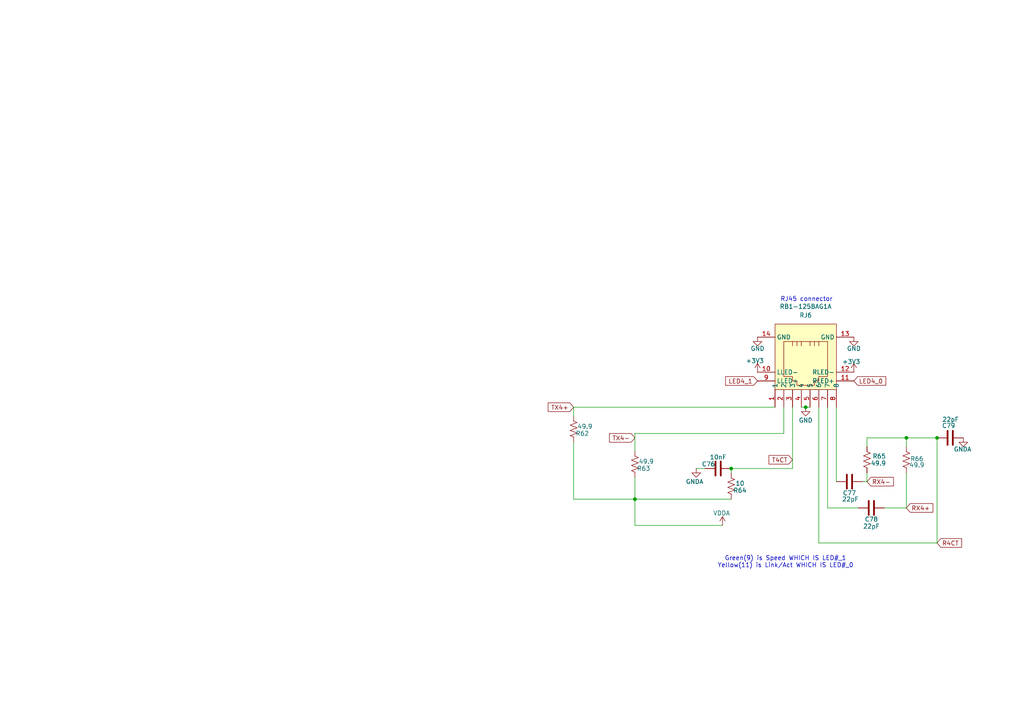
<source format=kicad_sch>
(kicad_sch (version 20250114) (generator "eeschema") (generator_version "9.0")
  (paper "A4")
  (title_block (date "2025-04-01") (rev "1") (company "Bronco Space") (comment 1 "SCALES") (comment 2 "By John Pollak"))
  (lib_symbols
    (symbol "Device:C" (pin_numbers (hide yes)) (pin_names (offset 0.254))
      (property "Reference" "C" (at 0.635 2.54 0))
      (property "Value" "C" (at 0.635 -2.54 0))
      (symbol "C_0_1"
        (polyline (pts (xy -2.032 0.762) (xy 2.032 0.762)) (stroke (width 0.508)))
        (polyline (pts (xy -2.032 -0.762) (xy 2.032 -0.762)) (stroke (width 0.508)))
      )
      (symbol "C_1_1"
        (pin passive line (at 0 3.81 270) (length 2.794) (name "~") (number "1"))
        (pin passive line (at 0 -3.81 90) (length 2.794) (name "~") (number "2"))
      )
    )
    (symbol "Device:R_US" (pin_numbers (hide yes)) (pin_names (offset 0))
      (property "Reference" "R" (at 2.54 0 90))
      (property "Value" "R_US" (at -2.54 0 90))
      (symbol "R_US_0_1"
        (polyline (pts (xy 0 2.286) (xy 0 2.54)))
        (polyline (pts (xy 0 2.286) (xy 1.016 1.905) (xy 0 1.524) (xy -1.016 1.143) (xy 0 0.762)))
        (polyline (pts (xy 0 0.762) (xy 1.016 0.381) (xy 0 0) (xy -1.016 -0.381) (xy 0 -0.762)))
        (polyline (pts (xy 0 -0.762) (xy 1.016 -1.143) (xy 0 -1.524) (xy -1.016 -1.905) (xy 0 -2.286)))
        (polyline (pts (xy 0 -2.286) (xy 0 -2.54)))
      )
      (symbol "R_US_1_1"
        (pin passive line (at 0 3.81 270) (length 1.27) (name "~") (number "1"))
        (pin passive line (at 0 -3.81 90) (length 1.27) (name "~") (number "2"))
      )
    )
    (symbol "easyeda2kicad:RB1-125BAG1A"
      (property "Reference" "RJ" (at 0 12.7 0))
      (property "Value" "RB1-125BAG1A" (at 0 -17.78 0))
      (symbol "RB1-125BAG1A_0_1"
        (rectangle (start -7.62 11.43) (end 10.16 -7.62) (fill (type background)))
        (polyline (pts (xy -2.54 6.35) (xy -2.54 5.08) (xy -2.54 5.08)))
        (polyline (pts (xy -1.27 6.35) (xy -1.27 5.08) (xy -1.27 5.08)))
        (polyline (pts (xy 0 6.35) (xy 0 5.08) (xy 0 5.08)))
        (polyline (pts (xy 2.54 6.35) (xy 2.54 5.08) (xy 2.54 5.08)))
        (polyline (pts (xy 3.81 6.35) (xy 3.81 5.08) (xy 3.81 5.08)))
        (polyline (pts (xy 5.08 6.35) (xy 5.08 5.08) (xy 5.08 5.08)))
        (polyline (pts (xy 7.62 6.35) (xy -5.08 6.35) (xy -5.08 -3.81) (xy -2.54 -3.81) (xy -2.54 -5.08) (xy -1.27 -5.08) (xy -1.27 -5.08) (xy -1.27 -6.35) (xy 3.81 -6.35) (xy 3.81 -5.08) (xy 5.08 -5.08) (xy 5.08 -3.81) (xy 7.62 -3.81) (xy 7.62 6.35) (xy 7.62 5.08)))
        (pin unspecified line (at -12.7 7.62 0) (length 5.08) (name "GND") (number "14"))
        (pin unspecified line (at -12.7 -2.54 0) (length 5.08) (name "LLED-") (number "10"))
        (pin unspecified line (at -12.7 -5.08 0) (length 5.08) (name "LLED+") (number "9"))
        (pin unspecified line (at -7.62 -12.7 90) (length 5.08) (name "1") (number "1"))
        (pin unspecified line (at -5.08 -12.7 90) (length 5.08) (name "2") (number "2"))
        (pin unspecified line (at -2.54 -12.7 90) (length 5.08) (name "3") (number "3"))
        (pin unspecified line (at 0 -12.7 90) (length 5.08) (name "4") (number "4"))
        (pin unspecified line (at 2.54 -12.7 90) (length 5.08) (name "5") (number "5"))
        (pin unspecified line (at 5.08 -12.7 90) (length 5.08) (name "6") (number "6"))
        (pin unspecified line (at 7.62 -12.7 90) (length 5.08) (name "7") (number "7"))
        (pin unspecified line (at 10.16 -12.7 90) (length 5.08) (name "8") (number "8"))
        (pin unspecified line (at 15.24 7.62 180) (length 5.08) (name "GND") (number "13"))
        (pin unspecified line (at 15.24 -2.54 180) (length 5.08) (name "RLED-") (number "12"))
        (pin unspecified line (at 15.24 -5.08 180) (length 5.08) (name "RLED+") (number "11"))
      )
    )
    (symbol "power:+3V3" (power) (pin_numbers (hide yes)) (pin_names (offset 0) (hide yes))
      (property "Value" "+3V3" (at 0 3.556 0))
      (symbol "+3V3_0_1"
        (polyline (pts (xy -0.762 1.27) (xy 0 2.54)))
        (polyline (pts (xy 0 2.54) (xy 0.762 1.27)))
        (polyline (pts (xy 0 0) (xy 0 2.54)))
      )
      (symbol "+3V3_1_1"
        (pin power_in line (at 0 0 90) (length 0) (name "~") (number "1"))
      )
    )
    (symbol "power:GND" (power) (pin_numbers (hide yes)) (pin_names (offset 0) (hide yes))
      (property "Value" "GND" (at 0 -3.81 0))
      (symbol "GND_0_1"
        (polyline (pts (xy 0 0) (xy 0 -1.27) (xy 1.27 -1.27) (xy 0 -2.54) (xy -1.27 -1.27) (xy 0 -1.27)))
      )
      (symbol "GND_1_1"
        (pin power_in line (at 0 0 270) (length 0) (name "~") (number "1"))
      )
    )
    (symbol "power:VPP" (power) (pin_numbers (hide yes)) (pin_names (offset 0) (hide yes))
      (property "Value" "VPP" (at 0 3.556 0))
      (symbol "VPP_0_1"
        (polyline (pts (xy -0.762 1.27) (xy 0 2.54)))
        (polyline (pts (xy 0 2.54) (xy 0.762 1.27)))
        (polyline (pts (xy 0 0) (xy 0 2.54)))
      )
      (symbol "VPP_1_1"
        (pin power_in line (at 0 0 90) (length 0) (name "~") (number "1"))
      )
    )
  )
  (text "Green(9) is Speed WHICH IS LED#_1\nYellow(11) is Link/Act WHICH IS LED#_0\n" (at 227.838 163.068 0) (effects (font (size 1.27 1.27))))
  (text "RJ45 connector" (at 233.934 86.868 0) (effects (font (size 1.27 1.27))))
  (junction (at 212.09 135.89))
  (junction (at 233.68 118.11))
  (junction (at 262.89 127))
  (junction (at 271.78 127))
  (junction (at 184.15 144.78))
  (wire (pts (xy 166.37 144.78) (xy 184.15 144.78)))
  (wire (pts (xy 212.09 144.78) (xy 184.15 144.78)))
  (wire (pts (xy 237.49 118.11) (xy 237.49 157.48)))
  (wire (pts (xy 184.15 130.81) (xy 184.15 125.73)))
  (wire (pts (xy 262.89 147.32) (xy 262.89 137.16)))
  (wire (pts (xy 201.93 135.89) (xy 204.47 135.89)))
  (wire (pts (xy 240.03 147.32) (xy 240.03 118.11)))
  (wire (pts (xy 166.37 118.11) (xy 224.79 118.11)))
  (wire (pts (xy 271.78 157.48) (xy 271.78 127)))
  (wire (pts (xy 212.09 135.89) (xy 229.87 135.89)))
  (wire (pts (xy 166.37 128.27) (xy 166.37 144.78)))
  (wire (pts (xy 212.09 137.16) (xy 212.09 135.89)))
  (wire (pts (xy 234.95 118.11) (xy 233.68 118.11)))
  (wire (pts (xy 209.55 152.4) (xy 184.15 152.4)))
  (wire (pts (xy 227.33 125.73) (xy 227.33 118.11)))
  (wire (pts (xy 248.92 147.32) (xy 240.03 147.32)))
  (wire (pts (xy 237.49 157.48) (xy 271.78 157.48)))
  (wire (pts (xy 262.89 127) (xy 262.89 129.54)))
  (wire (pts (xy 251.46 127) (xy 251.46 129.54)))
  (wire (pts (xy 184.15 152.4) (xy 184.15 144.78)))
  (wire (pts (xy 229.87 118.11) (xy 229.87 135.89)))
  (wire (pts (xy 251.46 139.7) (xy 250.19 139.7)))
  (wire (pts (xy 233.68 118.11) (xy 232.41 118.11)))
  (wire (pts (xy 256.54 147.32) (xy 262.89 147.32)))
  (wire (pts (xy 166.37 118.11) (xy 166.37 120.65)))
  (wire (pts (xy 251.46 139.7) (xy 251.46 137.16)))
  (wire (pts (xy 251.46 127) (xy 262.89 127)))
  (wire (pts (xy 242.57 118.11) (xy 242.57 139.7)))
  (wire (pts (xy 227.33 125.73) (xy 184.15 125.73)))
  (wire (pts (xy 184.15 138.43) (xy 184.15 144.78)))
  (wire (pts (xy 271.78 127) (xy 262.89 127)))
  (global_label "LED4_0" (shape input) (at 247.65 110.49 0) (property "Intersheetrefs" "${INTERSHEET_REFS}" (effects (hide yes))))
  (global_label "T4CT" (shape input) (at 229.87 133.35 180) (property "Intersheetrefs" "${INTERSHEET_REFS}" (effects (hide yes))))
  (global_label "TX4-" (shape input) (at 184.15 127 180) (property "Intersheetrefs" "${INTERSHEET_REFS}" (effects (hide yes))))
  (global_label "R4CT" (shape input) (at 271.78 157.48 0) (property "Intersheetrefs" "${INTERSHEET_REFS}" (effects (hide yes))))
  (global_label "RX4-" (shape input) (at 251.46 139.7 0) (property "Intersheetrefs" "${INTERSHEET_REFS}" (effects (hide yes))))
  (global_label "TX4+" (shape input) (at 166.37 118.11 180) (property "Intersheetrefs" "${INTERSHEET_REFS}" (effects (hide yes))))
  (global_label "LED4_1" (shape input) (at 219.71 110.49 180) (property "Intersheetrefs" "${INTERSHEET_REFS}" (effects (hide yes))))
  (global_label "RX4+" (shape input) (at 262.89 147.32 0) (property "Intersheetrefs" "${INTERSHEET_REFS}" (effects (hide yes))))
  (symbol (lib_id "power:GND") (at 247.65 97.79 0) (unit 1)
    (property "Reference" "#PWR0148" (effects (hide yes)))
    (property "Value" "GND" (at 245.618 101.092 0) (effects (justify left)))
    (property "Description" "Power symbol creates a global label with name \"GND\" , ground" (effects (hide yes)))
  )
  (symbol (lib_id "power:GND") (at 219.71 97.79 0) (unit 1)
    (property "Reference" "#PWR0145" (effects (hide yes)))
    (property "Value" "GND" (at 217.678 101.092 0) (effects (justify left)))
    (property "Description" "Power symbol creates a global label with name \"GND\" , ground" (effects (hide yes)))
  )
  (symbol (lib_id "Device:C") (at 252.73 147.32 270) (unit 1)
    (property "Reference" "C78" (at 252.73 150.622 90))
    (property "Value" "22pF" (at 252.73 152.654 90))
    (property "Footprint" "Capacitor_SMD:C_0402_1005Metric" (effects (hide yes)))
    (property "Description" "Unpolarized capacitor" (effects (hide yes)))
  )
  (symbol (lib_id "power:+3V3") (at 247.65 107.95 0) (unit 1)
    (property "Reference" "#PWR0149" (effects (hide yes)))
    (property "Value" "+3V3" (at 246.888 104.902 0))
    (property "Description" "Power symbol creates a global label with name \"+3V3\"" (effects (hide yes)))
  )
  (symbol (lib_id "power:VPP") (at 209.55 152.4 0) (unit 1)
    (property "Reference" "#PWR0144" (effects (hide yes)))
    (property "Value" "VDDA" (at 209.296 148.844 0))
    (property "Description" "Power symbol creates a global label with name \"VPP\"" (effects (hide yes)))
  )
  (symbol (lib_id "easyeda2kicad:RB1-125BAG1A") (at 232.41 105.41 0) (unit 1)
    (property "Reference" "RJ6" (at 233.68 91.44 0))
    (property "Value" "RB1-125BAG1A" (at 233.68 88.9 0))
    (property "Footprint" "easyeda2kicad:RJ45-TH_RB1-125BAG1A" (effects (hide yes)))
    (property "Datasheet" "https://lcsc.com/product-detail/Ethernet-Connectors-Modular-Connectors-RJ45-RJ11_WIZNET-RB1-125BAG1A_C910370.html" (effects (hide yes)))
    (property "LCSC Part" "C910370" (effects (hide yes)))
  )
  (symbol (lib_id "Device:R_US") (at 262.89 133.35 0) (unit 1)
    (property "Reference" "R66" (at 265.938 133.096 0))
    (property "Value" "49.9" (at 265.938 134.874 0))
    (property "Footprint" "Resistor_SMD:R_0603_1608Metric" (effects (hide yes)))
    (property "Description" "Resistor, US symbol" (effects (hide yes)))
  )
  (symbol (lib_id "Device:R_US") (at 251.46 133.35 0) (unit 1)
    (property "Reference" "R65" (at 255.016 132.334 0))
    (property "Value" "49.9" (at 254.762 134.366 0))
    (property "Footprint" "Resistor_SMD:R_0603_1608Metric" (effects (hide yes)))
    (property "Description" "Resistor, US symbol" (effects (hide yes)))
  )
  (symbol (lib_id "Device:R_US") (at 184.15 134.62 0) (unit 1)
    (property "Reference" "R63" (at 186.69 135.89 0))
    (property "Value" "49.9" (at 187.452 133.858 0))
    (property "Footprint" "Resistor_SMD:R_0603_1608Metric" (effects (hide yes)))
    (property "Description" "Resistor, US symbol" (effects (hide yes)))
  )
  (symbol (lib_id "Device:R_US") (at 212.09 140.97 0) (unit 1)
    (property "Reference" "R64" (at 214.63 142.24 0))
    (property "Value" "10" (at 214.63 140.208 0))
    (property "Footprint" "Resistor_SMD:R_0603_1608Metric" (effects (hide yes)))
    (property "Description" "Resistor, US symbol" (effects (hide yes)))
  )
  (symbol (lib_id "Device:C") (at 246.38 139.7 270) (unit 1)
    (property "Reference" "C77" (at 246.38 143.002 90))
    (property "Value" "22pF" (at 246.634 144.78 90))
    (property "Footprint" "Capacitor_SMD:C_0402_1005Metric" (effects (hide yes)))
    (property "Description" "Unpolarized capacitor" (effects (hide yes)))
  )
  (symbol (lib_id "Device:R_US") (at 166.37 124.46 0) (unit 1)
    (property "Reference" "R62" (at 168.91 125.73 0))
    (property "Value" "49.9" (at 169.672 123.698 0))
    (property "Footprint" "Resistor_SMD:R_0603_1608Metric" (effects (hide yes)))
    (property "Description" "Resistor, US symbol" (effects (hide yes)))
  )
  (symbol (lib_id "Device:C") (at 208.28 135.89 90) (unit 1)
    (property "Reference" "C76" (at 205.486 134.62 90))
    (property "Value" "10nF" (at 208.28 132.588 90))
    (property "Footprint" "Capacitor_SMD:C_0402_1005Metric" (effects (hide yes)))
    (property "Description" "Unpolarized capacitor" (effects (hide yes)))
  )
  (symbol (lib_id "power:GND") (at 233.68 118.11 0) (unit 1)
    (property "Reference" "#PWR0147" (effects (hide yes)))
    (property "Value" "GND" (at 233.68 121.92 0))
    (property "Description" "Power symbol creates a global label with name \"GND\" , ground" (effects (hide yes)))
  )
  (symbol (lib_id "power:GND") (at 279.4 127 0) (unit 1)
    (property "Reference" "#PWR0150" (effects (hide yes)))
    (property "Value" "GNDA" (at 276.606 130.302 0) (effects (justify left)))
    (property "Description" "Power symbol creates a global label with name \"GND\" , ground" (effects (hide yes)))
  )
  (symbol (lib_id "power:GND") (at 201.93 135.89 0) (unit 1)
    (property "Reference" "#PWR0143" (effects (hide yes)))
    (property "Value" "GNDA" (at 198.882 139.7 0) (effects (justify left)))
    (property "Description" "Power symbol creates a global label with name \"GND\" , ground" (effects (hide yes)))
  )
  (symbol (lib_id "power:+3V3") (at 219.71 107.95 0) (unit 1)
    (property "Reference" "#PWR0146" (effects (hide yes)))
    (property "Value" "+3V3" (at 218.948 104.648 0))
    (property "Description" "Power symbol creates a global label with name \"+3V3\"" (effects (hide yes)))
  )
  (symbol (lib_id "Device:C") (at 275.59 127 270) (unit 1)
    (property "Reference" "C79" (at 277.114 123.444 90) (effects (justify right)))
    (property "Value" "22pF" (at 278.13 121.666 90) (effects (justify right)))
    (property "Footprint" "Capacitor_SMD:C_0402_1005Metric" (effects (hide yes)))
    (property "Description" "Unpolarized capacitor" (effects (hide yes)))
  )
)
</source>
